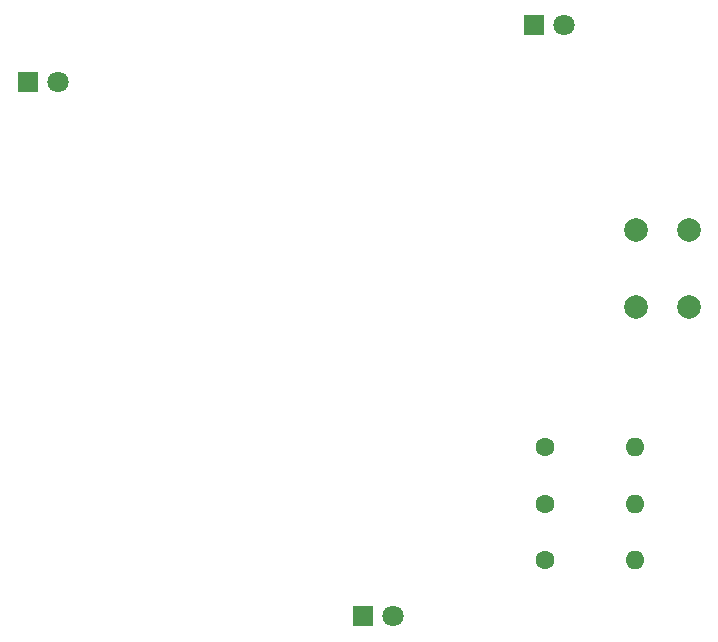
<source format=gbr>
%TF.GenerationSoftware,KiCad,Pcbnew,8.0.7*%
%TF.CreationDate,2025-05-01T23:39:49-04:00*%
%TF.ProjectId,Celeste Keychain,43656c65-7374-4652-904b-657963686169,rev?*%
%TF.SameCoordinates,Original*%
%TF.FileFunction,Soldermask,Top*%
%TF.FilePolarity,Negative*%
%FSLAX46Y46*%
G04 Gerber Fmt 4.6, Leading zero omitted, Abs format (unit mm)*
G04 Created by KiCad (PCBNEW 8.0.7) date 2025-05-01 23:39:49*
%MOMM*%
%LPD*%
G01*
G04 APERTURE LIST*
%ADD10C,2.000000*%
%ADD11O,1.600000X1.600000*%
%ADD12C,1.600000*%
%ADD13R,1.800000X1.800000*%
%ADD14C,1.800000*%
G04 APERTURE END LIST*
D10*
%TO.C,SW1*%
X149150000Y-69056250D03*
X149150000Y-62556250D03*
X153650000Y-69056250D03*
X153650000Y-62556250D03*
%TD*%
D11*
%TO.C,R3*%
X149066250Y-90487500D03*
D12*
X141446250Y-90487500D03*
%TD*%
D11*
%TO.C,R2*%
X149066250Y-80962500D03*
D12*
X141446250Y-80962500D03*
%TD*%
D11*
%TO.C,R1*%
X149066250Y-85725000D03*
D12*
X141446250Y-85725000D03*
%TD*%
D13*
%TO.C,D3*%
X97631250Y-50006250D03*
D14*
X100171250Y-50006250D03*
%TD*%
%TO.C,D2*%
X143033750Y-45243750D03*
D13*
X140493750Y-45243750D03*
%TD*%
%TO.C,D1*%
X126047500Y-95250000D03*
D14*
X128587500Y-95250000D03*
%TD*%
M02*

</source>
